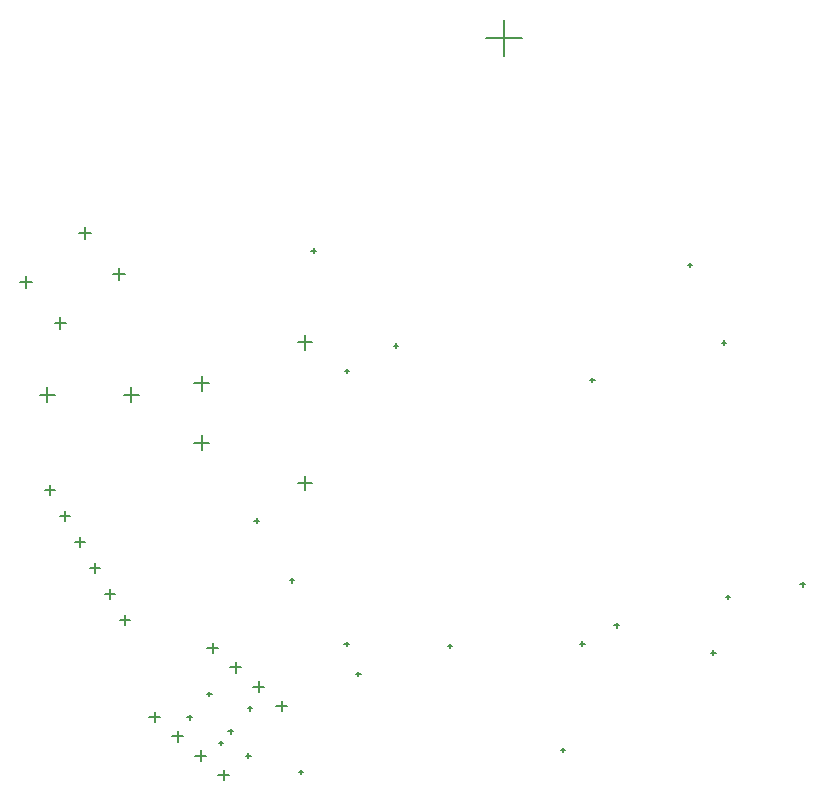
<source format=gbr>
G04 Layer_Color=128*
%FSLAX26Y26*%
%MOIN*%
%TF.FileFunction,Drillmap*%
%TF.Part,Single*%
%TFFileComment,Halloween PCB
Pumpkin Badge
V1
Gadorach
(W.W.S.)*%
G01*
G75*
%TA.AperFunction,NonConductor*%
%ADD71C,0.005000*%
D71*
X2942977Y1653072D02*
X2957977D01*
X2950477Y1645572D02*
Y1660572D01*
X3991434Y1671614D02*
X4006434D01*
X3998934Y1664114D02*
Y1679114D01*
X3742796Y4046367D02*
X3862796D01*
X3802796Y3986367D02*
Y4106368D01*
X2386786Y3394796D02*
X2426156D01*
X2406471Y3375111D02*
Y3414481D01*
X2500666Y3259079D02*
X2540036D01*
X2520351Y3239394D02*
Y3278764D01*
X2190751Y3230303D02*
X2230121D01*
X2210436Y3210618D02*
Y3249988D01*
X2304631Y3094586D02*
X2344001D01*
X2324316Y3074901D02*
Y3114271D01*
X3614936Y2018386D02*
X3629936D01*
X3622436Y2010886D02*
Y2025886D01*
X4056385Y2026236D02*
X4071385D01*
X4063885Y2018736D02*
Y2033736D01*
X4170490Y2087197D02*
X4185490D01*
X4177990Y2079697D02*
Y2094697D01*
X4493279Y1995864D02*
X4508279D01*
X4500779Y1988364D02*
Y2003364D01*
X4790607Y2223865D02*
X4805607D01*
X4798107Y2216365D02*
Y2231365D01*
X4541845Y2182220D02*
X4556845D01*
X4549345Y2174720D02*
Y2189720D01*
X4415643Y3288481D02*
X4430643D01*
X4423143Y3280981D02*
Y3295981D01*
X4529006Y3029477D02*
X4544006D01*
X4536506Y3021977D02*
Y3036977D01*
X4089825Y2905185D02*
X4104825D01*
X4097325Y2897685D02*
Y2912685D01*
X3161047Y3336161D02*
X3176047D01*
X3168547Y3328661D02*
Y3343661D01*
X3434814Y3019239D02*
X3449814D01*
X3442314Y3011739D02*
Y3026739D01*
X3272568Y2934958D02*
X3287568D01*
X3280068Y2927458D02*
Y2942458D01*
X2970713Y2436230D02*
X2985713D01*
X2978213Y2428730D02*
Y2443730D01*
X3088243Y2236865D02*
X3103243D01*
X3095743Y2229365D02*
Y2244365D01*
X3309617Y1924418D02*
X3324617D01*
X3317117Y1916918D02*
Y1931918D01*
X3270386Y2024597D02*
X3285386D01*
X3277886Y2017097D02*
Y2032097D01*
X2747671Y1780601D02*
X2762671D01*
X2755171Y1773101D02*
Y1788101D01*
X2852442Y1694462D02*
X2867442D01*
X2859942Y1686962D02*
Y1701962D01*
X3117754Y1598646D02*
X3132754D01*
X3125254Y1591146D02*
Y1606146D01*
X2812992Y1858158D02*
X2827992D01*
X2820492Y1850658D02*
Y1865658D01*
X2947816Y1810220D02*
X2962816D01*
X2955316Y1802720D02*
Y1817720D01*
X2884298Y1733522D02*
X2899298D01*
X2891798Y1726022D02*
Y1741022D01*
X2770000Y2893426D02*
X2820000D01*
X2795000Y2868426D02*
Y2918426D01*
X2770000Y2696574D02*
X2820000D01*
X2795000Y2671574D02*
Y2721574D01*
X2272284Y2538206D02*
X2307716D01*
X2290000Y2520490D02*
Y2555923D01*
X2322284Y2451602D02*
X2357716D01*
X2340000Y2433885D02*
Y2469318D01*
X2372284Y2365000D02*
X2407717D01*
X2390000Y2347284D02*
Y2382716D01*
X2422284Y2278398D02*
X2457716D01*
X2440000Y2260682D02*
Y2296115D01*
X2472284Y2191794D02*
X2507716D01*
X2490000Y2174077D02*
Y2209510D01*
X2522284Y2105192D02*
X2557716D01*
X2540000Y2087476D02*
Y2122909D01*
X2850771Y1588676D02*
X2886204D01*
X2868488Y1570959D02*
Y1606392D01*
X2774168Y1652954D02*
X2809601D01*
X2791884Y1635237D02*
Y1670670D01*
X2697564Y1717232D02*
X2732997D01*
X2715280Y1699515D02*
Y1734948D01*
X2620959Y1781512D02*
X2656392D01*
X2638676Y1763795D02*
Y1799228D01*
X3043608Y1818488D02*
X3079041D01*
X3061324Y1800772D02*
Y1836205D01*
X2967003Y1882768D02*
X3002436D01*
X2984720Y1865052D02*
Y1900485D01*
X2890399Y1947046D02*
X2925832D01*
X2908116Y1929330D02*
Y1964763D01*
X2813796Y2011324D02*
X2849229D01*
X2831512Y1993608D02*
Y2029041D01*
X2255236Y2855000D02*
X2305236D01*
X2280236Y2830000D02*
Y2880000D01*
X2534764Y2855000D02*
X2584764D01*
X2559764Y2830000D02*
Y2880000D01*
X3116378Y2561496D02*
X3163622D01*
X3140000Y2537874D02*
Y2585118D01*
X3116378Y3030000D02*
X3163622D01*
X3140000Y3006378D02*
Y3053622D01*
%TF.MD5,a7e7aee1a4bd33e310da9b215662d692*%
M02*

</source>
